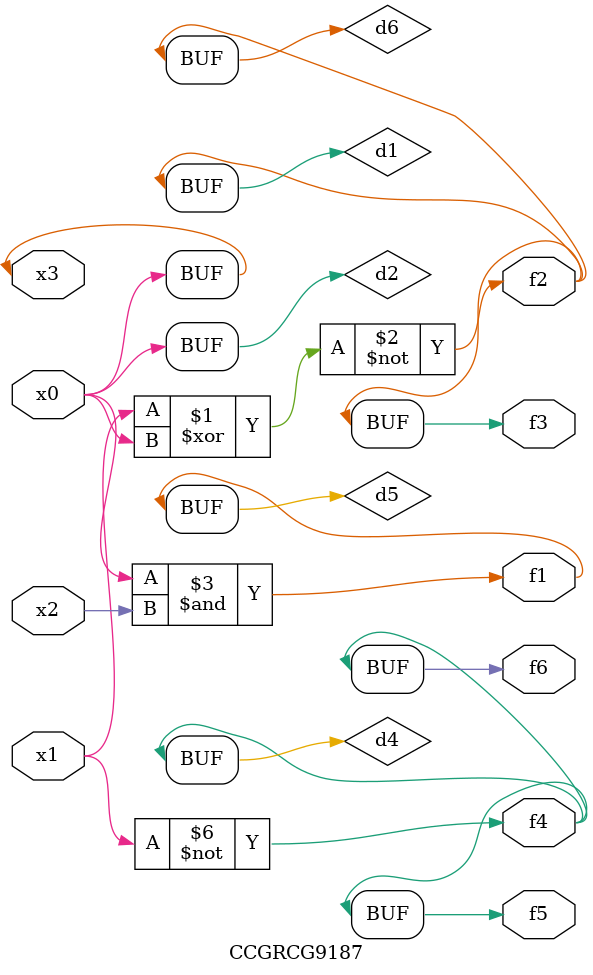
<source format=v>
module CCGRCG9187(
	input x0, x1, x2, x3,
	output f1, f2, f3, f4, f5, f6
);

	wire d1, d2, d3, d4, d5, d6;

	xnor (d1, x1, x3);
	buf (d2, x0, x3);
	nand (d3, x0, x2);
	not (d4, x1);
	nand (d5, d3);
	or (d6, d1);
	assign f1 = d5;
	assign f2 = d6;
	assign f3 = d6;
	assign f4 = d4;
	assign f5 = d4;
	assign f6 = d4;
endmodule

</source>
